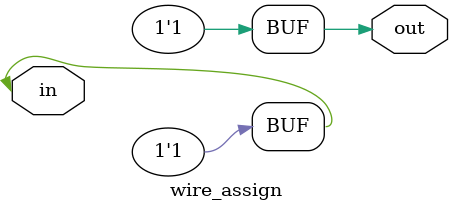
<source format=v>
module wire_assign( input in, output out );
// assign out to in
assign out = in;
initial begin
#1 in = 1'b0;
#(5*5) in = 1'b1;
end
endmodule

</source>
